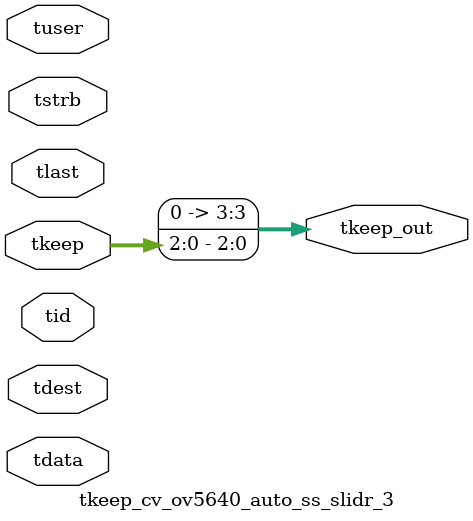
<source format=v>


`timescale 1ps/1ps

module tkeep_cv_ov5640_auto_ss_slidr_3 #
(
parameter C_S_AXIS_TDATA_WIDTH = 32,
parameter C_S_AXIS_TUSER_WIDTH = 0,
parameter C_S_AXIS_TID_WIDTH   = 0,
parameter C_S_AXIS_TDEST_WIDTH = 0,
parameter C_M_AXIS_TDATA_WIDTH = 32
)
(
input  [(C_S_AXIS_TDATA_WIDTH == 0 ? 1 : C_S_AXIS_TDATA_WIDTH)-1:0     ] tdata,
input  [(C_S_AXIS_TUSER_WIDTH == 0 ? 1 : C_S_AXIS_TUSER_WIDTH)-1:0     ] tuser,
input  [(C_S_AXIS_TID_WIDTH   == 0 ? 1 : C_S_AXIS_TID_WIDTH)-1:0       ] tid,
input  [(C_S_AXIS_TDEST_WIDTH == 0 ? 1 : C_S_AXIS_TDEST_WIDTH)-1:0     ] tdest,
input  [(C_S_AXIS_TDATA_WIDTH/8)-1:0 ] tkeep,
input  [(C_S_AXIS_TDATA_WIDTH/8)-1:0 ] tstrb,
input                                                                    tlast,
output [(C_M_AXIS_TDATA_WIDTH/8)-1:0 ] tkeep_out
);

assign tkeep_out = {tkeep[2:0]};

endmodule


</source>
